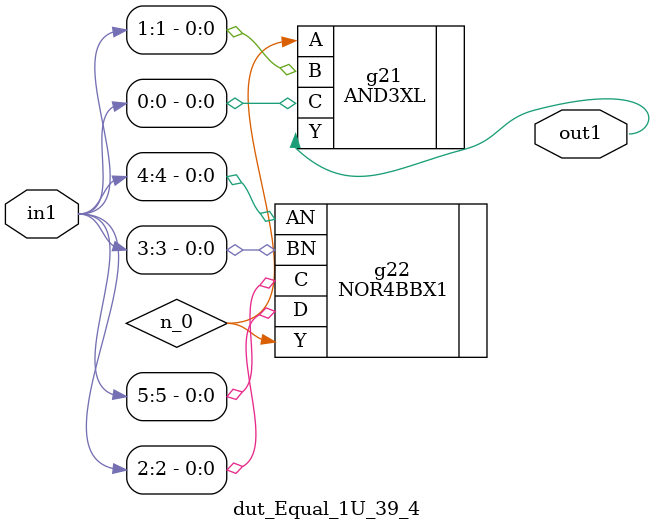
<source format=v>
`timescale 1ps / 1ps


module dut_Equal_1U_39_4(in1, out1);
  input [5:0] in1;
  output out1;
  wire [5:0] in1;
  wire out1;
  wire n_0;
  AND3XL g21(.A (n_0), .B (in1[1]), .C (in1[0]), .Y (out1));
  NOR4BBX1 g22(.AN (in1[4]), .BN (in1[3]), .C (in1[5]), .D (in1[2]), .Y
       (n_0));
endmodule



</source>
